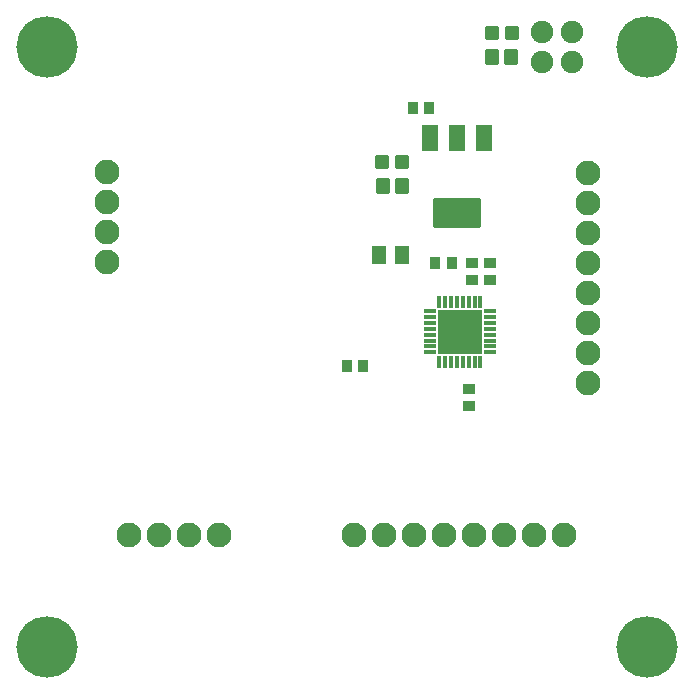
<source format=gts>
G04 Layer: TopSolderMaskLayer*
G04 EasyEDA v6.5.34, 2023-09-11 23:55:01*
G04 0142af5b8bed46c8af125076436406b4,5a6b42c53f6a479593ecc07194224c93,10*
G04 Gerber Generator version 0.2*
G04 Scale: 100 percent, Rotated: No, Reflected: No *
G04 Dimensions in millimeters *
G04 leading zeros omitted , absolute positions ,4 integer and 5 decimal *
%FSLAX45Y45*%
%MOMM*%

%AMMACRO1*1,1,$1,$2,$3*1,1,$1,$4,$5*1,1,$1,0-$2,0-$3*1,1,$1,0-$4,0-$5*20,1,$1,$2,$3,$4,$5,0*20,1,$1,$4,$5,0-$2,0-$3,0*20,1,$1,0-$2,0-$3,0-$4,0-$5,0*20,1,$1,0-$4,0-$5,$2,$3,0*4,1,4,$2,$3,$4,$5,0-$2,0-$3,0-$4,0-$5,$2,$3,0*%
%ADD10MACRO1,0.1016X-0.4X0.45X0.4X0.45*%
%ADD11MACRO1,0.1016X0.4X-0.45X-0.4X-0.45*%
%ADD12MACRO1,0.1016X0.5663X-0.6885X0.5663X0.6885*%
%ADD13MACRO1,0.1016X-0.5663X-0.6885X-0.5663X0.6885*%
%ADD14MACRO1,0.2032X-0.45X-0.5X-0.45X0.5*%
%ADD15MACRO1,0.2032X0.5X-0.55X-0.5X-0.55*%
%ADD16MACRO1,0.2032X1.9X1.15X1.9X-1.15*%
%ADD17MACRO1,0.2032X0.6X1X0.6X-1*%
%ADD18MACRO1,0.1016X-0.45X-0.4X-0.45X0.4*%
%ADD19MACRO1,0.1016X0.45X0.4X0.45X-0.4*%
%ADD20MACRO1,0.1X-1.85X1.85X1.85X1.85*%
%ADD21MACRO1,0.1X-0.14X0.45X0.14X0.45*%
%ADD22MACRO1,0.1X-0.45X0.14X0.45X0.14*%
%ADD23C,5.2032*%
%ADD24C,1.9016*%
%ADD25C,2.1016*%

%LPD*%
D10*
G01*
X3803792Y3632192D03*
G01*
X3663792Y3632192D03*
D11*
G01*
X2914495Y2755894D03*
G01*
X3054494Y2755894D03*
D12*
G01*
X3192665Y3695688D03*
D13*
G01*
X3385919Y3695688D03*
D10*
G01*
X3613293Y4940289D03*
G01*
X3473293Y4940289D03*
D14*
G01*
X3216983Y4483082D03*
G01*
X3386983Y4483082D03*
D15*
G01*
X3221984Y4279889D03*
G01*
X3381984Y4279889D03*
D16*
G01*
X3848092Y4051293D03*
D17*
G01*
X3848092Y4686292D03*
G01*
X3618095Y4686292D03*
G01*
X4078089Y4686292D03*
D18*
G01*
X3949692Y2559194D03*
G01*
X3949692Y2419195D03*
D19*
G01*
X4127492Y3485992D03*
G01*
X4127492Y3625992D03*
G01*
X3975092Y3485992D03*
G01*
X3975092Y3625992D03*
D20*
G01*
X3873508Y3048016D03*
D21*
G01*
X3698476Y2792975D03*
G01*
X3748514Y2792975D03*
G01*
X3798552Y2792975D03*
G01*
X3848590Y2792975D03*
G01*
X3898374Y2792975D03*
G01*
X3948412Y2792975D03*
G01*
X3998450Y2792975D03*
G01*
X4048488Y2792975D03*
D22*
G01*
X4128498Y2872983D03*
G01*
X4128498Y2923021D03*
G01*
X4128498Y2973059D03*
G01*
X4128498Y3023097D03*
G01*
X4128498Y3072881D03*
G01*
X4128498Y3122919D03*
G01*
X4128498Y3172957D03*
G01*
X4128499Y3222995D03*
D21*
G01*
X4048488Y3303007D03*
G01*
X3998450Y3303007D03*
G01*
X3948412Y3303007D03*
G01*
X3898374Y3303007D03*
G01*
X3848590Y3303007D03*
G01*
X3798552Y3303007D03*
G01*
X3748514Y3303007D03*
G01*
X3698476Y3303007D03*
D22*
G01*
X3618467Y3222995D03*
G01*
X3618467Y3172957D03*
G01*
X3618467Y3122919D03*
G01*
X3618467Y3072881D03*
G01*
X3618467Y3023097D03*
G01*
X3618467Y2973059D03*
G01*
X3618467Y2923021D03*
G01*
X3618467Y2872983D03*
D14*
G01*
X4144083Y5575284D03*
G01*
X4314083Y5575284D03*
D15*
G01*
X4149084Y5372092D03*
G01*
X4309084Y5372092D03*
D23*
G01*
X380992Y5460992D03*
G01*
X380992Y380992D03*
G01*
X5460992Y380992D03*
G01*
X5460992Y5460992D03*
D24*
G01*
X4571992Y5587992D03*
G01*
X4571992Y5333992D03*
G01*
X4825992Y5333992D03*
G01*
X4825992Y5587992D03*
D25*
G01*
X1073091Y1329910D03*
G01*
X1327091Y1329910D03*
G01*
X1581091Y1329910D03*
G01*
X1835091Y1329910D03*
G01*
X2981698Y1329885D03*
G01*
X3235698Y1329885D03*
G01*
X3489698Y1329885D03*
G01*
X3743698Y1329885D03*
G01*
X3997698Y1329885D03*
G01*
X4251698Y1329885D03*
G01*
X4505698Y1329885D03*
G01*
X4759698Y1329885D03*
G01*
X4956573Y2612915D03*
G01*
X4956573Y2866915D03*
G01*
X4956573Y3120915D03*
G01*
X4956573Y3374915D03*
G01*
X4956573Y3628915D03*
G01*
X4956573Y3882915D03*
G01*
X4956573Y4136915D03*
G01*
X4956573Y4390915D03*
G01*
X885410Y3637881D03*
G01*
X885410Y3891881D03*
G01*
X885410Y4145881D03*
G01*
X885410Y4399881D03*
M02*

</source>
